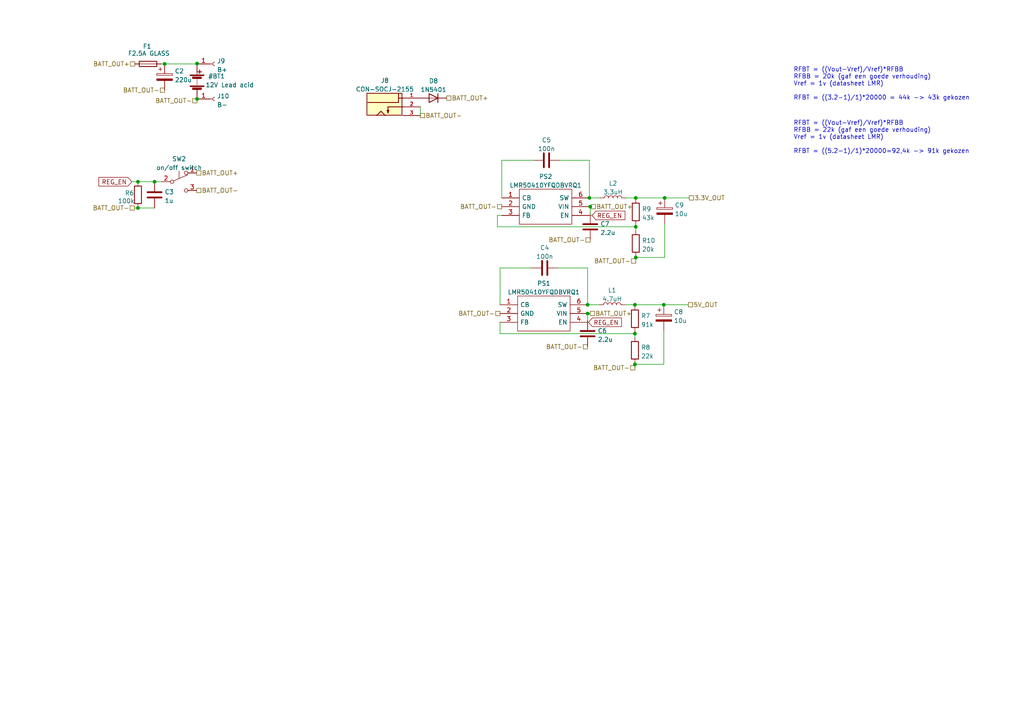
<source format=kicad_sch>
(kicad_sch (version 20211123) (generator eeschema)
  (paper "A4")
  (lib_symbols
    (symbol "Barrel_jack:CON-SOCJ-2155" (pin_names (offset 1.016) hide)
      (property "Reference" "J" (at -5.08 5.08 0))
      (property "Value" "CON-SOCJ-2155" (at -5.08 -4.318 0))
      (symbol "CON-SOCJ-2155_0_0"
        (rectangle (start -5.334 -2.413) (end 4.826 3.937) (stroke (width 0.254)) (fill (type background)))
        (polyline (pts (xy -2.54 -2.54) (xy -1.27 -1.27)) (stroke (width 0.254)))
        (polyline (pts (xy -1.27 -1.27) (xy 0 -2.54)) (stroke (width 0.254)))
        (polyline (pts (xy 0.762 0) (xy 0.762 -1.778)) (stroke (width 0.254)))
        (polyline (pts (xy 0.762 0) (xy 5.08 0)) (stroke (width 0.254)))
        (polyline (pts (xy 3.81 1.27) (xy -5.08 1.27)) (stroke (width 0.254)))
        (polyline (pts (xy 3.81 2.54) (xy 5.08 2.54)) (stroke (width 0.254)))
        (polyline (pts (xy 3.81 3.81) (xy 3.81 1.27)) (stroke (width 0.254)))
        (polyline (pts (xy 0.762 -1.778) (xy 0.508 -1.016) (xy 1.016 -1.016) (xy 0.762 -1.778)) (stroke (width 0.254)) (fill (type background)))
        (pin passive line (at 10.16 2.54 180) (length 5.08) (name "~") (number "1"))
        (pin passive line (at 10.16 0 180) (length 5.08) (name "~") (number "2"))
        (pin passive line (at 10.16 -2.54 180) (length 5.08) (name "~") (number "3"))
      )
    )
    (symbol "Connector:Conn_01x01_Female" (pin_names (offset 1.016) hide)
      (property "Reference" "J" (at 0 2.54 0))
      (property "Value" "Conn_01x01_Female" (at 0 -2.54 0))
      (symbol "Conn_01x01_Female_1_1"
        (polyline (pts (xy -1.27 0) (xy -0.508 0)) (stroke (width 0.1524)))
        (arc (start 0 0.508) (mid -0.508 0) (end 0 -0.508) (stroke (width 0.1524)))
        (pin passive line (at -5.08 0 0) (length 3.81) (name "Pin_1") (number "1"))
      )
    )
    (symbol "Device:Battery" (pin_numbers hide) (pin_names (offset 0) hide)
      (property "Reference" "BT" (at 2.54 2.54 0))
      (property "Value" "Battery" (at 2.54 0 0))
      (symbol "Battery_0_1"
        (rectangle (start -2.032 -1.397) (end 2.032 -1.651) (fill (type outline)))
        (rectangle (start -2.032 1.778) (end 2.032 1.524) (fill (type outline)))
        (rectangle (start -1.3208 -1.9812) (end 1.27 -2.4892) (fill (type outline)))
        (rectangle (start -1.3208 1.1938) (end 1.27 0.6858) (fill (type outline)))
        (polyline (pts (xy 0 -1.524) (xy 0 -1.27)))
        (polyline (pts (xy 0 -1.016) (xy 0 -0.762)))
        (polyline (pts (xy 0 -0.508) (xy 0 -0.254)))
        (polyline (pts (xy 0 0) (xy 0 0.254)))
        (polyline (pts (xy 0 0.508) (xy 0 0.762)))
        (polyline (pts (xy 0 1.778) (xy 0 2.54)))
        (polyline (pts (xy 0.254 2.667) (xy 1.27 2.667)) (stroke (width 0.254)))
        (polyline (pts (xy 0.762 3.175) (xy 0.762 2.159)) (stroke (width 0.254)))
      )
      (symbol "Battery_1_1"
        (pin passive line (at 0 5.08 270) (length 2.54) (name "+") (number "1"))
        (pin passive line (at 0 -5.08 90) (length 2.54) (name "-") (number "2"))
      )
    )
    (symbol "Device:C" (pin_numbers hide) (pin_names (offset 0.254))
      (property "Reference" "C" (at 0.635 2.54 0))
      (property "Value" "C" (at 0.635 -2.54 0))
      (symbol "C_0_1"
        (polyline (pts (xy -2.032 -0.762) (xy 2.032 -0.762)) (stroke (width 0.508)))
        (polyline (pts (xy -2.032 0.762) (xy 2.032 0.762)) (stroke (width 0.508)))
      )
      (symbol "C_1_1"
        (pin passive line (at 0 3.81 270) (length 2.794) (name "~") (number "1"))
        (pin passive line (at 0 -3.81 90) (length 2.794) (name "~") (number "2"))
      )
    )
    (symbol "Device:C_Polarized" (pin_numbers hide) (pin_names (offset 0.254))
      (property "Reference" "C" (at 0.635 2.54 0))
      (property "Value" "C_Polarized" (at 0.635 -2.54 0))
      (symbol "C_Polarized_0_1"
        (rectangle (start -2.286 0.508) (end 2.286 1.016))
        (polyline (pts (xy -1.778 2.286) (xy -0.762 2.286)))
        (polyline (pts (xy -1.27 2.794) (xy -1.27 1.778)))
        (rectangle (start 2.286 -0.508) (end -2.286 -1.016) (fill (type outline)))
      )
      (symbol "C_Polarized_1_1"
        (pin passive line (at 0 3.81 270) (length 2.794) (name "~") (number "1"))
        (pin passive line (at 0 -3.81 90) (length 2.794) (name "~") (number "2"))
      )
    )
    (symbol "Device:Fuse" (pin_numbers hide) (pin_names (offset 0))
      (property "Reference" "F" (at 2.032 0 90))
      (property "Value" "Fuse" (at -1.905 0 90))
      (symbol "Fuse_0_1"
        (rectangle (start -0.762 -2.54) (end 0.762 2.54) (stroke (width 0.254)))
        (polyline (pts (xy 0 2.54) (xy 0 -2.54)))
      )
      (symbol "Fuse_1_1"
        (pin passive line (at 0 3.81 270) (length 1.27) (name "~") (number "1"))
        (pin passive line (at 0 -3.81 90) (length 1.27) (name "~") (number "2"))
      )
    )
    (symbol "Device:L" (pin_numbers hide) (pin_names (offset 1.016) hide)
      (property "Reference" "L" (at -1.27 0 90))
      (property "Value" "L" (at 1.905 0 90))
      (symbol "L_0_1"
        (arc (start 0 -2.54) (mid 0.635 -1.905) (end 0 -1.27))
        (arc (start 0 -1.27) (mid 0.635 -0.635) (end 0 0))
        (arc (start 0 0) (mid 0.635 0.635) (end 0 1.27))
        (arc (start 0 1.27) (mid 0.635 1.905) (end 0 2.54))
      )
      (symbol "L_1_1"
        (pin passive line (at 0 3.81 270) (length 1.27) (name "1") (number "1"))
        (pin passive line (at 0 -3.81 90) (length 1.27) (name "2") (number "2"))
      )
    )
    (symbol "Device:R" (pin_numbers hide) (pin_names (offset 0))
      (property "Reference" "R" (at 2.032 0 90))
      (property "Value" "R" (at 0 0 90))
      (symbol "R_0_1"
        (rectangle (start -1.016 -2.54) (end 1.016 2.54) (stroke (width 0.254)))
      )
      (symbol "R_1_1"
        (pin passive line (at 0 3.81 270) (length 1.27) (name "~") (number "1"))
        (pin passive line (at 0 -3.81 90) (length 1.27) (name "~") (number "2"))
      )
    )
    (symbol "Diode:1N5401" (pin_numbers hide) (pin_names (offset 1.016) hide)
      (property "Reference" "D" (at 0 2.54 0))
      (property "Value" "1N5401" (at 0 -2.54 0))
      (symbol "1N5401_0_1"
        (polyline (pts (xy -1.27 1.27) (xy -1.27 -1.27)) (stroke (width 0.254)))
        (polyline (pts (xy 1.27 0) (xy -1.27 0)))
        (polyline (pts (xy 1.27 1.27) (xy 1.27 -1.27) (xy -1.27 0) (xy 1.27 1.27)) (stroke (width 0.254)))
      )
      (symbol "1N5401_1_1"
        (pin passive line (at -3.81 0 0) (length 2.54) (name "K") (number "1"))
        (pin passive line (at 3.81 0 180) (length 2.54) (name "A") (number "2"))
      )
    )
    (symbol "LMR50410YFQDBVRQ1:LMR50410YFQDBVRQ1" (pin_names (offset 0.762))
      (property "Reference" "PS" (at 21.59 7.62 0))
      (property "Value" "LMR50410YFQDBVRQ1" (at 21.59 5.08 0))
      (symbol "LMR50410YFQDBVRQ1_0_0"
        (pin passive line (at 0 0 0) (length 5.08) (name "CB") (number "1"))
        (pin passive line (at 0 -2.54 0) (length 5.08) (name "GND") (number "2"))
        (pin passive line (at 0 -5.08 0) (length 5.08) (name "FB") (number "3"))
        (pin passive line (at 25.4 -5.08 180) (length 5.08) (name "EN") (number "4"))
        (pin passive line (at 25.4 -2.54 180) (length 5.08) (name "VIN") (number "5"))
        (pin passive line (at 25.4 0 180) (length 5.08) (name "SW") (number "6"))
      )
      (symbol "LMR50410YFQDBVRQ1_0_1"
        (polyline (pts (xy 5.08 2.54) (xy 20.32 2.54) (xy 20.32 -7.62) (xy 5.08 -7.62) (xy 5.08 2.54)) (stroke (width 0.1524)))
      )
    )
    (symbol "Switch:SW_Push_SPDT" (pin_names (offset 0) hide)
      (property "Reference" "SW" (at 0 4.318 0))
      (property "Value" "SW_Push_SPDT" (at 0 -5.08 0))
      (symbol "SW_Push_SPDT_0_0"
        (circle (center -2.032 0) (radius 0.508))
        (polyline (pts (xy 0 1.016) (xy 0 3.048)))
        (circle (center 2.032 -2.54) (radius 0.508))
      )
      (symbol "SW_Push_SPDT_0_1"
        (polyline (pts (xy -1.524 0.254) (xy 2.54 2.032)))
        (circle (center 2.032 2.54) (radius 0.508))
      )
      (symbol "SW_Push_SPDT_1_1"
        (pin passive line (at 5.08 2.54 180) (length 2.54) (name "A") (number "1"))
        (pin passive line (at -5.08 0 0) (length 2.54) (name "B") (number "2"))
        (pin passive line (at 5.08 -2.54 180) (length 2.54) (name "C") (number "3"))
      )
    )
  )
  (junction (at 184.15 105.664))
  (junction (at 184.404 65.786))
  (junction (at 184.404 74.676))
  (junction (at 40.005 52.705))
  (junction (at 171.196 59.944))
  (junction (at 184.15 88.392))
  (junction (at 40.005 60.325))
  (junction (at 184.15 96.774))
  (junction (at 170.434 88.392))
  (junction (at 47.752 18.542))
  (junction (at 184.404 57.404))
  (junction (at 57.15 18.415))
  (junction (at 170.434 90.932))
  (junction (at 192.786 57.404))
  (junction (at 57.15 28.702))
  (junction (at 170.942 57.404))
  (junction (at 44.831 52.705))
  (junction (at 192.532 88.392))
  (wire (pts (xy 57.15 29.21) (xy 57.15 28.702)))
  (wire (pts (xy 170.688 93.472) (xy 170.434 93.472)))
  (wire (pts (xy 47.752 18.542) (xy 57.15 18.542)))
  (wire (pts (xy 171.196 61.976) (xy 171.196 59.944)))
  (wire (pts (xy 184.404 74.676) (xy 184.404 74.422)))
  (wire (pts (xy 40.005 60.325) (xy 44.831 60.325)))
  (wire (pts (xy 46.736 18.542) (xy 47.752 18.542)))
  (wire (pts (xy 170.434 77.724) (xy 170.434 88.392)))
  (wire (pts (xy 170.942 59.944) (xy 171.196 59.944)))
  (wire (pts (xy 181.356 88.392) (xy 184.15 88.392)))
  (wire (pts (xy 145.034 77.724) (xy 145.034 88.392)))
  (wire (pts (xy 162.306 46.482) (xy 170.942 46.482)))
  (wire (pts (xy 184.404 57.404) (xy 184.404 57.658)))
  (wire (pts (xy 171.196 59.944) (xy 171.45 59.944)))
  (wire (pts (xy 144.272 62.484) (xy 144.272 65.786)))
  (wire (pts (xy 184.15 96.774) (xy 184.15 97.79)))
  (wire (pts (xy 181.61 57.404) (xy 184.404 57.404)))
  (wire (pts (xy 145.542 46.482) (xy 154.686 46.482)))
  (wire (pts (xy 161.798 77.724) (xy 170.434 77.724)))
  (wire (pts (xy 184.404 65.786) (xy 184.404 66.802)))
  (wire (pts (xy 170.434 92.964) (xy 170.434 90.932)))
  (wire (pts (xy 170.434 90.932) (xy 171.196 90.932)))
  (wire (pts (xy 192.532 96.012) (xy 192.532 105.664)))
  (wire (pts (xy 57.15 28.702) (xy 57.15 28.575)))
  (wire (pts (xy 192.786 57.404) (xy 199.898 57.404)))
  (wire (pts (xy 170.434 88.392) (xy 173.736 88.392)))
  (wire (pts (xy 154.178 77.724) (xy 145.034 77.724)))
  (wire (pts (xy 184.404 74.676) (xy 192.786 74.676)))
  (wire (pts (xy 184.404 75.692) (xy 184.404 74.676)))
  (wire (pts (xy 170.942 57.404) (xy 173.99 57.404)))
  (wire (pts (xy 192.532 88.392) (xy 199.644 88.392)))
  (wire (pts (xy 184.15 105.664) (xy 192.532 105.664)))
  (wire (pts (xy 145.034 96.774) (xy 184.15 96.774)))
  (wire (pts (xy 40.005 52.705) (xy 44.831 52.705)))
  (wire (pts (xy 184.404 65.278) (xy 184.404 65.786)))
  (wire (pts (xy 144.272 65.786) (xy 184.404 65.786)))
  (wire (pts (xy 184.15 96.266) (xy 184.15 96.774)))
  (wire (pts (xy 121.92 30.988) (xy 121.92 33.528)))
  (wire (pts (xy 184.15 106.68) (xy 184.15 105.664)))
  (wire (pts (xy 192.786 65.024) (xy 192.786 74.676)))
  (wire (pts (xy 145.542 62.484) (xy 144.272 62.484)))
  (wire (pts (xy 44.831 52.705) (xy 46.863 52.705)))
  (wire (pts (xy 145.034 93.472) (xy 145.034 96.774)))
  (wire (pts (xy 184.404 57.404) (xy 192.786 57.404)))
  (wire (pts (xy 145.542 46.482) (xy 145.542 57.404)))
  (wire (pts (xy 38.989 60.325) (xy 40.005 60.325)))
  (wire (pts (xy 184.15 105.664) (xy 184.15 105.41)))
  (wire (pts (xy 38.227 52.705) (xy 40.005 52.705)))
  (wire (pts (xy 184.15 88.392) (xy 184.15 88.646)))
  (wire (pts (xy 171.704 62.484) (xy 170.942 62.484)))
  (wire (pts (xy 184.15 88.392) (xy 192.532 88.392)))
  (wire (pts (xy 170.942 46.482) (xy 170.942 57.404)))
  (text "RFBT = ((Vout-Vref)/Vref)*RFBB\nRFBB = 22k (gaf een goede verhouding)\nVref = 1v (datasheet LMR)\n\nRFBT = ((5.2-1)/1)*20000=92,4k -> 91k gekozen" (at 230.124 44.704 0) (effects (font (size 1.27 1.27)) (justify left bottom)))
  (text "RFBT = ((Vout-Vref)/Vref)*RFBB\nRFBB = 20k (gaf een goede verhouding)\nVref = 1v (datasheet LMR)\n\nRFBT = ((3.2-1)/1)*20000 = 44k -> 43k gekozen" (at 230.124 29.21 0) (effects (font (size 1.27 1.27)) (justify left bottom)))
  (global_label "REG_EN" (shape input) (at 170.688 93.472 0) (property "Intersheet-verwijzingen" "${INTERSHEET_REFS}" (effects hide)))
  (global_label "REG_EN" (shape input) (at 171.704 62.484 0) (property "Intersheet-verwijzingen" "${INTERSHEET_REFS}" (effects hide)))
  (global_label "REG_EN" (shape input) (at 38.227 52.705 180) (property "Intersheet-verwijzingen" "${INTERSHEET_REFS}" (effects hide)))
  (hierarchical_label "BATT_OUT-" (shape passive) (at 38.989 60.325 180))
  (hierarchical_label "BATT_OUT-" (shape passive) (at 145.034 90.932 180))
  (hierarchical_label "BATT_OUT-" (shape passive) (at 171.196 69.596 180))
  (hierarchical_label "BATT_OUT+" (shape passive) (at 57.023 50.165 0))
  (hierarchical_label "BATT_OUT+" (shape passive) (at 39.116 18.542 180))
  (hierarchical_label "BATT_OUT-" (shape passive) (at 57.15 29.21 180))
  (hierarchical_label "BATT_OUT-" (shape passive) (at 184.404 75.692 180))
  (hierarchical_label "BATT_OUT-" (shape passive) (at 170.434 100.584 180))
  (hierarchical_label "BATT_OUT-" (shape passive) (at 184.15 106.68 180))
  (hierarchical_label "BATT_OUT+" (shape passive) (at 129.54 28.448 0))
  (hierarchical_label "BATT_OUT-" (shape passive) (at 47.752 26.162 180))
  (hierarchical_label "3.3V_OUT" (shape passive) (at 199.898 57.404 0))
  (hierarchical_label "BATT_OUT-" (shape passive) (at 121.92 33.528 0))
  (hierarchical_label "BATT_OUT-" (shape passive) (at 145.542 59.944 180))
  (hierarchical_label "BATT_OUT-" (shape passive) (at 57.023 55.245 0))
  (hierarchical_label "BATT_OUT+" (shape passive) (at 171.196 90.932 0))
  (hierarchical_label "BATT_OUT+" (shape passive) (at 171.45 59.944 0))
  (hierarchical_label "5V_OUT" (shape passive) (at 199.644 88.392 0))
  (symbol (lib_id "Device:R") (at 184.15 101.6 0) (unit 1)
    (property "Reference" "R8" (at 185.928 100.7653 0) (effects (justify left)))
    (property "Value" "22k" (at 185.928 103.3022 0) (effects (justify left)))
    (property "Footprint" "Resistor_SMD:R_0603_1608Metric_Pad0.98x0.95mm_HandSolder" (effects hide))
  )
  (symbol (lib_id "Device:R") (at 184.404 61.468 0) (unit 1)
    (property "Reference" "R9" (at 186.182 60.6333 0) (effects (justify left)))
    (property "Value" "43k" (at 186.182 63.1702 0) (effects (justify left)))
    (property "Footprint" "Resistor_SMD:R_0603_1608Metric_Pad0.98x0.95mm_HandSolder" (effects hide))
  )
  (symbol (lib_id "Device:C") (at 171.196 65.786 0) (unit 1)
    (property "Reference" "C7" (at 174.117 64.9513 0) (effects (justify left)))
    (property "Value" "2.2u" (at 174.117 67.4882 0) (effects (justify left)))
    (property "Footprint" "Capacitor_SMD:C_0603_1608Metric_Pad1.08x0.95mm_HandSolder" (effects hide))
  )
  (symbol (lib_id "Device:Fuse") (at 42.926 18.542 90) (unit 1)
    (property "Reference" "F1" (at 42.672 13.462 90))
    (property "Value" "F2.5A GLASS" (at 43.18 15.494 90))
    (property "Footprint" "Fuse:Fuseholder_Blade_ATO_Littelfuse_Pudenz_2_Pin" (effects hide))
  )
  (symbol (lib_id "Device:L") (at 177.546 88.392 90) (unit 1)
    (property "Reference" "L1" (at 177.546 84.1842 90))
    (property "Value" "4.7uH" (at 177.546 86.7211 90))
    (property "Footprint" "Inductor_SMD:L_Bourns-SRU8028_8.0x8.0mm" (effects hide))
  )
  (symbol (lib_id "Device:C") (at 44.831 56.515 0) (unit 1)
    (property "Reference" "C3" (at 47.752 55.6803 0) (effects (justify left)))
    (property "Value" "1u" (at 47.752 58.2172 0) (effects (justify left)))
    (property "Footprint" "Capacitor_SMD:C_0603_1608Metric_Pad1.08x0.95mm_HandSolder" (effects hide))
  )
  (symbol (lib_id "Device:R") (at 184.404 70.612 0) (unit 1)
    (property "Reference" "R10" (at 186.182 69.7773 0) (effects (justify left)))
    (property "Value" "20k" (at 186.182 72.3142 0) (effects (justify left)))
    (property "Footprint" "Resistor_SMD:R_0603_1608Metric_Pad0.98x0.95mm_HandSolder" (effects hide))
  )
  (symbol (lib_id "Device:C_Polarized") (at 47.752 22.352 0) (unit 1)
    (property "Reference" "C2" (at 50.673 20.6283 0) (effects (justify left)))
    (property "Value" "220u" (at 50.673 23.1652 0) (effects (justify left)))
    (property "Footprint" "Capacitor_THT:C_Radial_D10.0mm_H12.5mm_P5.00mm" (effects hide))
  )
  (symbol (lib_id "Device:C") (at 157.988 77.724 270) (unit 1)
    (property "Reference" "C4" (at 157.988 71.8652 90))
    (property "Value" "100n" (at 157.988 74.4021 90))
    (property "Footprint" "Capacitor_SMD:C_0603_1608Metric_Pad1.08x0.95mm_HandSolder" (effects hide))
  )
  (symbol (lib_id "Device:C_Polarized") (at 192.532 92.202 0) (unit 1)
    (property "Reference" "C8" (at 195.453 90.4783 0) (effects (justify left)))
    (property "Value" "10u" (at 195.453 93.0152 0) (effects (justify left)))
    (property "Footprint" "Capacitor_SMD:C_0603_1608Metric_Pad1.08x0.95mm_HandSolder" (effects hide))
  )
  (symbol (lib_id "LMR50410YFQDBVRQ1:LMR50410YFQDBVRQ1") (at 145.034 88.392 0) (unit 1)
    (property "Reference" "PS1" (at 157.734 82.203 0))
    (property "Value" "LMR50410YFQDBVRQ1" (at 157.734 84.7399 0))
    (property "Footprint" "LMR50410YFQDBVRQ1:SOT95P280X145-6N" (effects hide))
    (property "Datasheet" "https://www.ti.com/product/LMR50410-Q1" (effects hide))
    (property "Description" "Switching Voltage Regulators Automotive qualified SIMPLE SWITCHER 4-V to 36-V, 1-A synchronous step-down converter" (effects hide))
    (property "Height" "1.45" (effects hide))
    (property "Manufacturer_Name" "Texas Instruments" (effects hide))
    (property "Manufacturer_Part_Number" "LMR50410YFQDBVRQ1" (effects hide))
    (property "Mouser Part Number" "595-MR50410YFQDBVRQ1" (effects hide))
    (property "Mouser Price/Stock" "https://www.mouser.co.uk/ProductDetail/Texas-Instruments/LMR50410YFQDBVRQ1?qs=81r%252BiQLm7BRUAgUFqYZycA%3D%3D" (effects hide))
    (property "Arrow Part Number" "LMR50410YFQDBVRQ1" (effects hide))
    (property "Arrow Price/Stock" "https://www.arrow.com/en/products/lmr50410yfqdbvrq1/texas-instruments?region=nac" (effects hide))
  )
  (symbol (lib_id "Device:R") (at 40.005 56.515 0) (unit 1)
    (property "Reference" "R6" (at 36.195 56.007 0) (effects (justify left)))
    (property "Value" "100k" (at 34.163 58.293 0) (effects (justify left)))
    (property "Footprint" "Resistor_SMD:R_0603_1608Metric_Pad0.98x0.95mm_HandSolder" (effects hide))
  )
  (symbol (lib_id "Connector:Conn_01x01_Female") (at 62.23 28.702 0) (unit 1)
    (property "Reference" "J10" (at 62.9412 27.8673 0) (effects (justify left)))
    (property "Value" "B-" (at 62.9412 30.4042 0) (effects (justify left)))
    (property "Footprint" "TestPoint:TestPoint_Plated_Hole_D2.0mm" (effects hide))
  )
  (symbol (lib_id "Diode:1N5401") (at 125.73 28.448 180) (unit 1)
    (property "Reference" "D8" (at 125.73 23.4782 0))
    (property "Value" "1N5401" (at 125.73 26.0151 0))
    (property "Footprint" "Diode_THT:D_DO-201AD_P15.24mm_Horizontal" (effects hide))
    (property "Datasheet" "http://www.vishay.com/docs/88516/1n5400.pdf" (effects hide))
  )
  (symbol (lib_id "Barrel_jack:CON-SOCJ-2155") (at 111.76 30.988 0) (unit 1)
    (property "Reference" "J8" (at 111.633 23.3512 0))
    (property "Value" "CON-SOCJ-2155" (at 111.633 25.8881 0))
    (property "Footprint" "Barrel_jack:GRAVITECH_CON-SOCJ-2155" (effects hide))
    (property "STANDARD" "Manufacturer Recommendations" (effects hide))
    (property "PARTREV" "NA" (effects hide))
    (property "MANUFACTURER" "Gravitech" (effects hide))
    (property "MAXIMUM_PACKAGE_HEIGHT" "11.1 mm" (effects hide))
  )
  (symbol (lib_id "Connector:Conn_01x01_Female") (at 62.23 18.542 0) (unit 1)
    (property "Reference" "J9" (at 62.9412 17.7073 0) (effects (justify left)))
    (property "Value" "B+" (at 62.9412 20.2442 0) (effects (justify left)))
    (property "Footprint" "TestPoint:TestPoint_Plated_Hole_D2.0mm" (effects hide))
  )
  (symbol (lib_id "LMR50410YFQDBVRQ1:LMR50410YFQDBVRQ1") (at 145.542 57.404 0) (unit 1)
    (property "Reference" "PS2" (at 158.242 51.215 0))
    (property "Value" "LMR50410YFQDBVRQ1" (at 158.242 53.7519 0))
    (property "Footprint" "LMR50410YFQDBVRQ1:SOT95P280X145-6N" (effects hide))
    (property "Datasheet" "https://www.ti.com/product/LMR50410-Q1" (effects hide))
    (property "Description" "Switching Voltage Regulators Automotive qualified SIMPLE SWITCHER 4-V to 36-V, 1-A synchronous step-down converter" (effects hide))
    (property "Height" "1.45" (effects hide))
    (property "Manufacturer_Name" "Texas Instruments" (effects hide))
    (property "Manufacturer_Part_Number" "LMR50410YFQDBVRQ1" (effects hide))
    (property "Mouser Part Number" "595-MR50410YFQDBVRQ1" (effects hide))
    (property "Mouser Price/Stock" "https://www.mouser.co.uk/ProductDetail/Texas-Instruments/LMR50410YFQDBVRQ1?qs=81r%252BiQLm7BRUAgUFqYZycA%3D%3D" (effects hide))
    (property "Arrow Part Number" "LMR50410YFQDBVRQ1" (effects hide))
    (property "Arrow Price/Stock" "https://www.arrow.com/en/products/lmr50410yfqdbvrq1/texas-instruments?region=nac" (effects hide))
  )
  (symbol (lib_id "Device:R") (at 184.15 92.456 0) (unit 1)
    (property "Reference" "R7" (at 185.928 91.6213 0) (effects (justify left)))
    (property "Value" "91k" (at 185.928 94.1582 0) (effects (justify left)))
    (property "Footprint" "Resistor_SMD:R_0603_1608Metric_Pad0.98x0.95mm_HandSolder" (effects hide))
  )
  (symbol (lib_id "Device:C") (at 170.434 96.774 0) (unit 1)
    (property "Reference" "C6" (at 173.355 95.9393 0) (effects (justify left)))
    (property "Value" "2.2u" (at 173.355 98.4762 0) (effects (justify left)))
    (property "Footprint" "Capacitor_SMD:C_0603_1608Metric_Pad1.08x0.95mm_HandSolder" (effects hide))
  )
  (symbol (lib_id "Device:Battery") (at 57.15 23.495 0) (unit 1)
    (property "Reference" "#BT1" (at 65.278 22.098 0) (effects (justify right)))
    (property "Value" "12V Lead acid" (at 73.66 24.638 0) (effects (justify right)))
  )
  (symbol (lib_id "Device:C") (at 158.496 46.482 270) (unit 1)
    (property "Reference" "C5" (at 158.496 40.6232 90))
    (property "Value" "100n" (at 158.496 43.1601 90))
    (property "Footprint" "Capacitor_SMD:C_0603_1608Metric_Pad1.08x0.95mm_HandSolder" (effects hide))
  )
  (symbol (lib_id "Device:C_Polarized") (at 192.786 61.214 0) (unit 1)
    (property "Reference" "C9" (at 195.707 59.4903 0) (effects (justify left)))
    (property "Value" "10u" (at 195.707 62.0272 0) (effects (justify left)))
    (property "Footprint" "Capacitor_SMD:C_0603_1608Metric_Pad1.08x0.95mm_HandSolder" (effects hide))
  )
  (symbol (lib_id "Device:L") (at 177.8 57.404 90) (unit 1)
    (property "Reference" "L2" (at 177.8 53.1962 90))
    (property "Value" "3.3uH" (at 177.8 55.7331 90))
    (property "Footprint" "Inductor_SMD:L_Bourns-SRU8028_8.0x8.0mm" (effects hide))
  )
  (symbol (lib_id "Switch:SW_Push_SPDT") (at 51.943 52.705 0) (unit 1)
    (property "Reference" "SW2" (at 51.943 46.0842 0))
    (property "Value" "on/off switch" (at 51.943 48.6211 0))
    (property "Footprint" "Button_Switch_THT:SW_Slide_1P2T_CK_OS102011MS2Q" (effects hide))
  )
)
</source>
